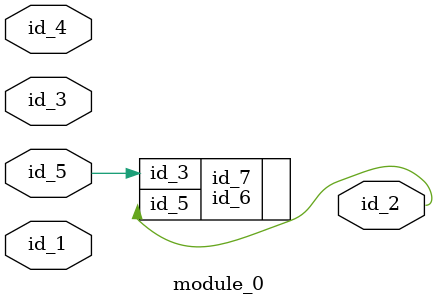
<source format=v>
`define pp_1 0
module module_0 (
    id_1,
    id_2,
    id_3,
    id_4,
    id_5
);
  input id_5;
  input id_4;
  input id_3;
  output id_2;
  input id_1;
  id_6 id_7 (
      .id_5(id_2),
      .id_3(id_5)
  );
endmodule

</source>
